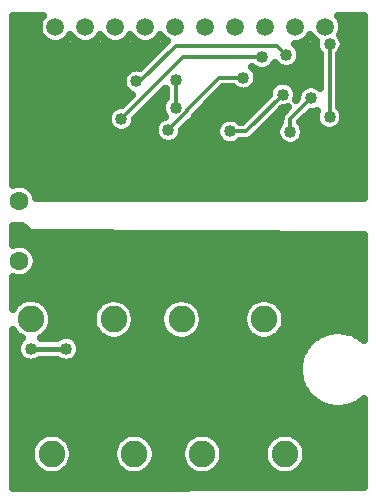
<source format=gbr>
G04 DipTrace 4.0.0.2*
G04 2 - Bottom.gbr*
%MOIN*%
G04 #@! TF.FileFunction,Copper,L2,Bot*
G04 #@! TF.Part,Single*
G04 #@! TA.AperFunction,Conductor*
%ADD15C,0.012*%
G04 #@! TA.AperFunction,CopperBalancing*
%ADD16C,0.025*%
G04 #@! TA.AperFunction,Conductor*
%ADD20C,0.018*%
G04 #@! TA.AperFunction,ComponentPad*
%ADD21R,0.059055X0.059055*%
%ADD22C,0.059055*%
%ADD24C,0.062992*%
%ADD27C,0.088583*%
G04 #@! TA.AperFunction,ViaPad*
%ADD28C,0.04*%
%FSLAX26Y26*%
G04*
G70*
G90*
G75*
G01*
G04 Bottom*
%LPD*%
X1262751Y1869000D2*
D15*
X1000251D1*
X793606Y1662356D1*
X1200251Y1800249D2*
X1118999D1*
X1012749Y1694000D1*
Y1687749D1*
X950251Y1625251D1*
X1331500Y1744000D2*
X1208920Y1621420D1*
X1156500D1*
X1425249Y1731500D2*
X1356500Y1662751D1*
Y1619000D1*
X492425Y895969D2*
D20*
X610535D1*
X844000Y1787751D2*
D15*
X856500D1*
X975249Y1906500D1*
X1312751D1*
X1344000Y1875251D1*
X1487749Y1912751D2*
Y1669000D1*
X975249Y1700249D2*
Y1794000D1*
D28*
X793606Y1662356D3*
X950251Y1625251D3*
X1156500Y1621420D3*
X1356500Y1619000D3*
X492425Y895969D3*
X610535D3*
X844000Y1787751D3*
X1344000Y1875251D3*
X1487749Y1912751D3*
Y1669000D3*
X975249Y1700249D3*
Y1794000D3*
X706500Y1244000D3*
X1425249Y1731500D3*
X1200251Y1800249D3*
X1331500Y1744000D3*
X1262751Y1869000D3*
X450251Y1844000D3*
X581500Y1625251D3*
X887751Y1444000D3*
X1094000D3*
X1294000D3*
X1494000D3*
X1575251Y1700249D3*
X1331500Y1694000D3*
X631500Y1856500D3*
X434018Y1281631D2*
D16*
X486181D1*
X434018Y1256762D2*
X1599488D1*
X494448Y1231894D2*
X1599488D1*
X510631Y1207025D2*
X1599488D1*
X513143Y1182156D2*
X1599488D1*
X504207Y1157287D2*
X1599488D1*
X468790Y1132419D2*
X1599488D1*
X434018Y1107550D2*
X1599488D1*
X434018Y1082681D2*
X1599488D1*
X434018Y1057812D2*
X458479D1*
X526383D2*
X734070D1*
X801974D2*
X960427D1*
X1028367D2*
X1236017D1*
X1303958D2*
X1599488D1*
X554302Y1032944D2*
X706151D1*
X829892D2*
X932509D1*
X1056286D2*
X1208100D1*
X1331877D2*
X1599488D1*
X564386Y1008075D2*
X696068D1*
X839976D2*
X922425D1*
X1066333D2*
X1198016D1*
X1341924D2*
X1599488D1*
X564816Y983206D2*
X695601D1*
X840407D2*
X921995D1*
X1066799D2*
X1197585D1*
X1342390D2*
X1599488D1*
X555845Y958337D2*
X704609D1*
X831436D2*
X930966D1*
X1057828D2*
X1206556D1*
X1333419D2*
X1599488D1*
X434018Y933469D2*
X453886D1*
X530976D2*
X580556D1*
X640531D2*
X729476D1*
X806567D2*
X955833D1*
X1032925D2*
X1231424D1*
X1308516D2*
X1437113D1*
X657791Y908600D2*
X1410988D1*
X657899Y883731D2*
X1395415D1*
X434018Y858862D2*
X461888D1*
X522938D2*
X580018D1*
X641070D2*
X1386444D1*
X434018Y833993D2*
X1382713D1*
X434018Y809125D2*
X1383789D1*
X434018Y784256D2*
X1389745D1*
X434018Y759387D2*
X1401371D1*
X434018Y734518D2*
X1420822D1*
X434018Y709650D2*
X1455449D1*
X1576642D2*
X1599488D1*
X434018Y684781D2*
X1599488D1*
X434018Y659912D2*
X1599488D1*
X434018Y635043D2*
X1599488D1*
X434018Y610175D2*
X529853D1*
X592769D2*
X805444D1*
X868360D2*
X1031836D1*
X1094753D2*
X1307427D1*
X1370344D2*
X1599488D1*
X434018Y585306D2*
X500248D1*
X622409D2*
X775839D1*
X898000D2*
X1002196D1*
X1124394D2*
X1277786D1*
X1399984D2*
X1599488D1*
X434018Y560437D2*
X489626D1*
X633031D2*
X765217D1*
X908622D2*
X991575D1*
X1135016D2*
X1267165D1*
X1410606D2*
X1599488D1*
X434018Y535568D2*
X488730D1*
X633892D2*
X764320D1*
X909483D2*
X990713D1*
X1135877D2*
X1266303D1*
X1411467D2*
X1599488D1*
X434018Y510699D2*
X497234D1*
X625424D2*
X772824D1*
X901014D2*
X999182D1*
X1127408D2*
X1274773D1*
X1402999D2*
X1599488D1*
X434018Y485831D2*
X520845D1*
X601812D2*
X796436D1*
X877403D2*
X1022829D1*
X1103760D2*
X1298420D1*
X1379350D2*
X1599488D1*
X434018Y460962D2*
X1599488D1*
X434018Y436093D2*
X1599488D1*
X1601992Y728266D2*
X1596285Y723514D1*
X1588832Y718147D1*
X1581022Y713315D1*
X1572891Y709042D1*
X1564483Y705349D1*
X1555835Y702255D1*
X1546992Y699774D1*
X1537996Y697919D1*
X1528894Y696698D1*
X1519727Y696118D1*
X1510543Y696182D1*
X1501386Y696890D1*
X1492301Y698238D1*
X1483332Y700218D1*
X1474525Y702822D1*
X1465921Y706035D1*
X1457564Y709845D1*
X1449495Y714231D1*
X1441752Y719172D1*
X1434374Y724642D1*
X1427399Y730617D1*
X1420858Y737064D1*
X1414786Y743955D1*
X1409211Y751255D1*
X1404161Y758927D1*
X1399663Y766933D1*
X1395735Y775235D1*
X1392399Y783793D1*
X1389671Y792563D1*
X1387563Y801501D1*
X1386087Y810567D1*
X1385251Y819713D1*
X1385056Y828895D1*
X1385505Y838070D1*
X1386597Y847189D1*
X1388325Y856209D1*
X1390680Y865087D1*
X1393652Y873777D1*
X1397226Y882238D1*
X1401382Y890428D1*
X1406104Y898306D1*
X1411365Y905833D1*
X1417140Y912975D1*
X1423403Y919694D1*
X1430119Y925957D1*
X1437260Y931735D1*
X1444786Y936997D1*
X1452664Y941720D1*
X1460852Y945879D1*
X1469312Y949455D1*
X1478003Y952429D1*
X1486879Y954786D1*
X1495899Y956516D1*
X1505018Y957610D1*
X1514192Y958062D1*
X1523374Y957870D1*
X1532520Y957035D1*
X1541585Y955562D1*
X1550526Y953457D1*
X1559297Y950730D1*
X1567854Y947396D1*
X1576157Y943470D1*
X1584165Y938972D1*
X1591839Y933925D1*
X1601966Y925862D1*
X1601972Y1277205D1*
X492045Y1281654D1*
X489217Y1282451D1*
X486652Y1283887D1*
X478911Y1291411D1*
X463828Y1306495D1*
X431493Y1306500D1*
X431500Y1242749D1*
X439516Y1245276D1*
X448505Y1246699D1*
X457605D1*
X466594Y1245276D1*
X475249Y1242463D1*
X483358Y1238332D1*
X490720Y1232983D1*
X497156Y1226547D1*
X502505Y1219185D1*
X506636Y1211076D1*
X509449Y1202421D1*
X510873Y1193432D1*
Y1184332D1*
X509449Y1175343D1*
X506636Y1166688D1*
X502505Y1158579D1*
X497156Y1151217D1*
X490720Y1144781D1*
X483358Y1139432D1*
X475249Y1135301D1*
X466594Y1132488D1*
X457605Y1131064D1*
X448505D1*
X439516Y1132488D1*
X431512Y1135060D1*
X431500Y1030458D1*
X435154Y1036004D1*
X442369Y1044450D1*
X450815Y1051665D1*
X460286Y1057470D1*
X470550Y1061720D1*
X481350Y1064314D1*
X492425Y1065185D1*
X503500Y1064314D1*
X514301Y1061720D1*
X524564Y1057470D1*
X534035Y1051665D1*
X542482Y1044450D1*
X549697Y1036004D1*
X555501Y1026533D1*
X559752Y1016269D1*
X562345Y1005469D1*
X563217Y994394D1*
X562345Y983319D1*
X559752Y972518D1*
X555501Y962255D1*
X549697Y952783D1*
X542482Y944337D1*
X534035Y937122D1*
X524848Y931478D1*
X580488Y931469D1*
X586239Y935617D1*
X592740Y938929D1*
X599680Y941184D1*
X606887Y942325D1*
X614184D1*
X621391Y941184D1*
X628331Y938929D1*
X634832Y935617D1*
X640735Y931327D1*
X645894Y926168D1*
X650184Y920265D1*
X653496Y913764D1*
X655751Y906824D1*
X656892Y899617D1*
Y892320D1*
X655751Y885113D1*
X653496Y878173D1*
X650184Y871672D1*
X645894Y865769D1*
X640735Y860610D1*
X634832Y856320D1*
X628331Y853008D1*
X621391Y850753D1*
X614184Y849612D1*
X606887D1*
X599680Y850753D1*
X592740Y853008D1*
X586239Y856320D1*
X580504Y860478D1*
X522472Y860469D1*
X516722Y856320D1*
X510220Y853008D1*
X503281Y850753D1*
X496073Y849612D1*
X488777D1*
X481570Y850753D1*
X474630Y853008D1*
X468129Y856320D1*
X462226Y860610D1*
X457067Y865769D1*
X452777Y871672D1*
X449465Y878173D1*
X447210Y885113D1*
X446068Y892320D1*
Y899617D1*
X447210Y906824D1*
X449465Y913764D1*
X452777Y920265D1*
X457067Y926168D1*
X461545Y930698D1*
X455437Y934034D1*
X446450Y940563D1*
X438594Y948419D1*
X432066Y957406D1*
X431504Y958409D1*
X431500Y431551D1*
X1601948Y435980D1*
X1601972Y728176D1*
X1340558Y988840D2*
X1338820Y977867D1*
X1335387Y967303D1*
X1330344Y957406D1*
X1323815Y948419D1*
X1315959Y940563D1*
X1306972Y934034D1*
X1297075Y928991D1*
X1286510Y925558D1*
X1275538Y923820D1*
X1264430D1*
X1253458Y925558D1*
X1242894Y928991D1*
X1232996Y934034D1*
X1224009Y940563D1*
X1216154Y948419D1*
X1209625Y957406D1*
X1204581Y967303D1*
X1201148Y977867D1*
X1199411Y988840D1*
Y999948D1*
X1201148Y1010920D1*
X1204581Y1021484D1*
X1209625Y1031382D1*
X1216154Y1040369D1*
X1224009Y1048224D1*
X1232996Y1054753D1*
X1242894Y1059797D1*
X1253458Y1063230D1*
X1264430Y1064967D1*
X1275538D1*
X1286510Y1063230D1*
X1297075Y1059797D1*
X1306972Y1054753D1*
X1315959Y1048224D1*
X1323815Y1040369D1*
X1330344Y1031382D1*
X1335387Y1021484D1*
X1338820Y1010920D1*
X1340558Y999948D1*
Y988840D1*
X1064967D2*
X1063230Y977867D1*
X1059797Y967303D1*
X1054753Y957406D1*
X1048224Y948419D1*
X1040369Y940563D1*
X1031382Y934034D1*
X1021484Y928991D1*
X1010920Y925558D1*
X999948Y923820D1*
X988840D1*
X977867Y925558D1*
X967303Y928991D1*
X957406Y934034D1*
X948419Y940563D1*
X940563Y948419D1*
X934034Y957406D1*
X928991Y967303D1*
X925558Y977867D1*
X923820Y988840D1*
Y999948D1*
X925558Y1010920D1*
X928991Y1021484D1*
X934034Y1031382D1*
X940563Y1040369D1*
X948419Y1048224D1*
X957406Y1054753D1*
X967303Y1059797D1*
X977867Y1063230D1*
X988840Y1064967D1*
X999948D1*
X1010920Y1063230D1*
X1021484Y1059797D1*
X1031382Y1054753D1*
X1040369Y1048224D1*
X1048224Y1040369D1*
X1054753Y1031382D1*
X1059797Y1021484D1*
X1063230Y1010920D1*
X1064967Y999948D1*
Y988840D1*
X1409455Y540021D2*
X1407718Y529049D1*
X1404285Y518484D1*
X1399241Y508587D1*
X1392713Y499600D1*
X1384857Y491744D1*
X1375870Y485215D1*
X1365972Y480172D1*
X1355408Y476739D1*
X1344436Y475001D1*
X1333328D1*
X1322356Y476739D1*
X1311791Y480172D1*
X1301894Y485215D1*
X1292907Y491744D1*
X1285051Y499600D1*
X1278522Y508587D1*
X1273479Y518484D1*
X1270046Y529049D1*
X1268308Y540021D1*
Y551129D1*
X1270046Y562101D1*
X1273479Y572665D1*
X1278522Y582563D1*
X1285051Y591550D1*
X1292907Y599406D1*
X1301894Y605934D1*
X1311791Y610978D1*
X1322356Y614411D1*
X1333328Y616148D1*
X1344436D1*
X1355408Y614411D1*
X1365972Y610978D1*
X1375870Y605934D1*
X1384857Y599406D1*
X1392713Y591550D1*
X1399241Y582563D1*
X1404285Y572665D1*
X1407718Y562101D1*
X1409455Y551129D1*
Y540021D1*
X1133865D2*
X1132127Y529049D1*
X1128694Y518484D1*
X1123651Y508587D1*
X1117122Y499600D1*
X1109266Y491744D1*
X1100280Y485215D1*
X1090382Y480172D1*
X1079818Y476739D1*
X1068845Y475001D1*
X1057738D1*
X1046765Y476739D1*
X1036201Y480172D1*
X1026303Y485215D1*
X1017316Y491744D1*
X1009461Y499600D1*
X1002932Y508587D1*
X997888Y518484D1*
X994455Y529049D1*
X992718Y540021D1*
Y551129D1*
X994455Y562101D1*
X997888Y572665D1*
X1002932Y582563D1*
X1009461Y591550D1*
X1017316Y599406D1*
X1026303Y605934D1*
X1036201Y610978D1*
X1046765Y614411D1*
X1057738Y616148D1*
X1068845D1*
X1079818Y614411D1*
X1090382Y610978D1*
X1100280Y605934D1*
X1109266Y599406D1*
X1117122Y591550D1*
X1123651Y582563D1*
X1128694Y572665D1*
X1132127Y562101D1*
X1133865Y551129D1*
Y540021D1*
X838589Y988840D2*
X836852Y977867D1*
X833419Y967303D1*
X828375Y957406D1*
X821846Y948419D1*
X813991Y940563D1*
X805004Y934034D1*
X795106Y928991D1*
X784542Y925558D1*
X773570Y923820D1*
X762462D1*
X751490Y925558D1*
X740925Y928991D1*
X731028Y934034D1*
X722041Y940563D1*
X714185Y948419D1*
X707656Y957406D1*
X702613Y967303D1*
X699180Y977867D1*
X697442Y988840D1*
Y999948D1*
X699180Y1010920D1*
X702613Y1021484D1*
X707656Y1031382D1*
X714185Y1040369D1*
X722041Y1048224D1*
X731028Y1054753D1*
X740925Y1059797D1*
X751490Y1063230D1*
X762462Y1064967D1*
X773570D1*
X784542Y1063230D1*
X795106Y1059797D1*
X805004Y1054753D1*
X813991Y1048224D1*
X821846Y1040369D1*
X828375Y1031382D1*
X833419Y1021484D1*
X836852Y1010920D1*
X838589Y999948D1*
Y988840D1*
X907487Y540021D2*
X905749Y529049D1*
X902316Y518484D1*
X897273Y508587D1*
X890744Y499600D1*
X882888Y491744D1*
X873902Y485215D1*
X864004Y480172D1*
X853440Y476739D1*
X842467Y475001D1*
X831360D1*
X820387Y476739D1*
X809823Y480172D1*
X799925Y485215D1*
X790938Y491744D1*
X783083Y499600D1*
X776554Y508587D1*
X771510Y518484D1*
X768077Y529049D1*
X766340Y540021D1*
Y551129D1*
X768077Y562101D1*
X771510Y572665D1*
X776554Y582563D1*
X783083Y591550D1*
X790938Y599406D1*
X799925Y605934D1*
X809823Y610978D1*
X820387Y614411D1*
X831360Y616148D1*
X842467D1*
X853440Y614411D1*
X864004Y610978D1*
X873902Y605934D1*
X882888Y599406D1*
X890744Y591550D1*
X897273Y582563D1*
X902316Y572665D1*
X905749Y562101D1*
X907487Y551129D1*
Y540021D1*
X631896D2*
X630159Y529049D1*
X626726Y518484D1*
X621682Y508587D1*
X615154Y499600D1*
X607298Y491744D1*
X598311Y485215D1*
X588413Y480172D1*
X577849Y476739D1*
X566877Y475001D1*
X555769D1*
X544797Y476739D1*
X534232Y480172D1*
X524335Y485215D1*
X515348Y491744D1*
X507492Y499600D1*
X500963Y508587D1*
X495920Y518484D1*
X492487Y529049D1*
X490749Y540021D1*
Y551129D1*
X492487Y562101D1*
X495920Y572665D1*
X500963Y582563D1*
X507492Y591550D1*
X515348Y599406D1*
X524335Y605934D1*
X534232Y610978D1*
X544797Y614411D1*
X555769Y616148D1*
X566877D1*
X577849Y614411D1*
X588413Y610978D1*
X598311Y605934D1*
X607298Y599406D1*
X615154Y591550D1*
X621682Y582563D1*
X626726Y572665D1*
X630159Y562101D1*
X631896Y551129D1*
Y540021D1*
X434018Y1981631D2*
X516862D1*
X1530962D2*
X1599488D1*
X434018Y1956762D2*
X516682D1*
X1531140D2*
X1599488D1*
X434018Y1931894D2*
X529278D1*
X1532613D2*
X1599488D1*
X434018Y1907025D2*
X927306D1*
X1380463D2*
X1439087D1*
X1536381D2*
X1599488D1*
X434018Y1882156D2*
X902438D1*
X1392484D2*
X1450245D1*
X1525256D2*
X1599488D1*
X434018Y1857287D2*
X877571D1*
X1389399D2*
X1452759D1*
X1522744D2*
X1599488D1*
X434018Y1832419D2*
X828588D1*
X1293946D2*
X1323395D1*
X1364602D2*
X1452759D1*
X1522744D2*
X1599488D1*
X434018Y1807550D2*
X799415D1*
X1248660D2*
X1452759D1*
X1522744D2*
X1599488D1*
X434018Y1782681D2*
X795287D1*
X1245790D2*
X1303193D1*
X1359794D2*
X1452759D1*
X1522744D2*
X1599488D1*
X434018Y1757812D2*
X805909D1*
X1125039D2*
X1178747D1*
X1221748D2*
X1284605D1*
X1522744D2*
X1599488D1*
X434018Y1732944D2*
X815741D1*
X912642D2*
X939686D1*
X1100172D2*
X1271974D1*
X1522744D2*
X1599488D1*
X434018Y1708075D2*
X782621D1*
X887773D2*
X926911D1*
X1075268D2*
X1247105D1*
X1522744D2*
X1599488D1*
X434018Y1683206D2*
X749535D1*
X862906D2*
X929495D1*
X1050400D2*
X1222238D1*
X1425427D2*
X1440988D1*
X1534514D2*
X1599488D1*
X434018Y1658337D2*
X744762D1*
X842416D2*
X915070D1*
X1031812D2*
X1125710D1*
X1294306D2*
X1321493D1*
X1400559D2*
X1439983D1*
X1535518D2*
X1599488D1*
X434018Y1633469D2*
X754667D1*
X832547D2*
X901971D1*
X1006945D2*
X1109094D1*
X1269438D2*
X1309795D1*
X1403178D2*
X1455270D1*
X1520232D2*
X1599488D1*
X434018Y1608600D2*
X904340D1*
X996180D2*
X1109310D1*
X1244570D2*
X1308682D1*
X1404327D2*
X1599488D1*
X434018Y1583731D2*
X926803D1*
X973680D2*
X1126751D1*
X1186222D2*
X1323682D1*
X1389291D2*
X1599488D1*
X434018Y1558862D2*
X1599488D1*
X434018Y1533993D2*
X1599488D1*
X434018Y1509125D2*
X1599488D1*
X434018Y1484256D2*
X1599488D1*
X434018Y1459387D2*
X1599488D1*
X491361Y1434518D2*
X1599488D1*
X509698Y1409650D2*
X1599488D1*
X623916Y1943539D2*
X619243Y1935871D1*
X613534Y1929185D1*
X606848Y1923476D1*
X599352Y1918882D1*
X591230Y1915518D1*
X582681Y1913466D1*
X573916Y1912776D1*
X565151Y1913466D1*
X556602Y1915518D1*
X548480Y1918882D1*
X540984Y1923476D1*
X534298Y1929185D1*
X528589Y1935871D1*
X523995Y1943367D1*
X520631Y1951490D1*
X518579Y1960038D1*
X517888Y1968803D1*
X518579Y1977568D1*
X520631Y1986117D1*
X523995Y1994239D1*
X528589Y2001735D1*
X532444Y2006415D1*
X431530Y2006490D1*
X431500Y1442751D1*
X439516Y1445276D1*
X448505Y1446699D1*
X457605D1*
X466594Y1445276D1*
X475249Y1442463D1*
X483358Y1438332D1*
X490720Y1432983D1*
X497156Y1426547D1*
X502505Y1419185D1*
X506636Y1411076D1*
X509449Y1402421D1*
X509882Y1400240D1*
X1601971Y1400591D1*
X1601972Y2005509D1*
X1516165Y2005597D1*
X1521678Y1998077D1*
X1525669Y1990244D1*
X1528386Y1981882D1*
X1529761Y1973199D1*
Y1964407D1*
X1528386Y1955724D1*
X1525669Y1947362D1*
X1523399Y1942602D1*
X1527398Y1937047D1*
X1530710Y1930546D1*
X1532965Y1923606D1*
X1534106Y1916399D1*
Y1909102D1*
X1532965Y1901895D1*
X1530710Y1894955D1*
X1527398Y1888454D1*
X1523108Y1882551D1*
X1520243Y1879512D1*
X1520249Y1702269D1*
X1525369Y1696332D1*
X1529181Y1690110D1*
X1531974Y1683369D1*
X1533677Y1676274D1*
X1534249Y1669000D1*
X1533677Y1661726D1*
X1531974Y1654631D1*
X1529181Y1647890D1*
X1525369Y1641668D1*
X1520630Y1636119D1*
X1515081Y1631381D1*
X1508860Y1627568D1*
X1502118Y1624776D1*
X1495024Y1623072D1*
X1487749Y1622500D1*
X1480475Y1623072D1*
X1473381Y1624776D1*
X1466639Y1627568D1*
X1460417Y1631381D1*
X1454869Y1636119D1*
X1450130Y1641668D1*
X1446318Y1647890D1*
X1443525Y1654631D1*
X1441822Y1661726D1*
X1441249Y1669000D1*
X1441822Y1676274D1*
X1443525Y1683369D1*
X1446276Y1690020D1*
X1439618Y1687276D1*
X1432524Y1685572D1*
X1424722Y1685021D1*
X1390459Y1650748D1*
X1394119Y1646332D1*
X1397932Y1640110D1*
X1400724Y1633369D1*
X1402428Y1626274D1*
X1403000Y1619000D1*
X1402428Y1611726D1*
X1400724Y1604631D1*
X1397932Y1597890D1*
X1394119Y1591668D1*
X1389381Y1586119D1*
X1383832Y1581381D1*
X1377610Y1577568D1*
X1370869Y1574776D1*
X1363774Y1573072D1*
X1356500Y1572500D1*
X1349226Y1573072D1*
X1342131Y1574776D1*
X1335390Y1577568D1*
X1329168Y1581381D1*
X1323619Y1586119D1*
X1318881Y1591668D1*
X1315068Y1597890D1*
X1312276Y1604631D1*
X1310572Y1611726D1*
X1310000Y1619000D1*
X1310572Y1626274D1*
X1312276Y1633369D1*
X1315068Y1640110D1*
X1318881Y1646332D1*
X1324007Y1652239D1*
X1324100Y1665301D1*
X1324898Y1670337D1*
X1326474Y1675188D1*
X1328789Y1679732D1*
X1331787Y1683858D1*
X1348509Y1700722D1*
X1342356Y1698785D1*
X1335148Y1697643D1*
X1330972Y1697521D1*
X1230028Y1596707D1*
X1225902Y1593709D1*
X1221357Y1591394D1*
X1216507Y1589818D1*
X1211470Y1589020D1*
X1189741Y1588920D1*
X1183832Y1583801D1*
X1177610Y1579988D1*
X1170869Y1577196D1*
X1163774Y1575492D1*
X1156500Y1574920D1*
X1149226Y1575492D1*
X1142131Y1577196D1*
X1135390Y1579988D1*
X1129168Y1583801D1*
X1123619Y1588539D1*
X1118881Y1594088D1*
X1115068Y1600310D1*
X1112276Y1607051D1*
X1110572Y1614146D1*
X1110000Y1621420D1*
X1110572Y1628694D1*
X1112276Y1635789D1*
X1115068Y1642530D1*
X1118881Y1648752D1*
X1123619Y1654301D1*
X1129168Y1659039D1*
X1135390Y1662852D1*
X1142131Y1665644D1*
X1149226Y1667348D1*
X1156500Y1667920D1*
X1163774Y1667348D1*
X1170869Y1665644D1*
X1177610Y1662852D1*
X1183832Y1659039D1*
X1189739Y1653913D1*
X1195487Y1653920D1*
X1285013Y1743475D1*
X1285572Y1751274D1*
X1287276Y1758369D1*
X1290068Y1765110D1*
X1293881Y1771332D1*
X1298619Y1776881D1*
X1304168Y1781619D1*
X1310390Y1785432D1*
X1317131Y1788224D1*
X1324226Y1789928D1*
X1331500Y1790500D1*
X1338774Y1789928D1*
X1345869Y1788224D1*
X1352610Y1785432D1*
X1358832Y1781619D1*
X1364381Y1776881D1*
X1369119Y1771332D1*
X1372932Y1765110D1*
X1375724Y1758369D1*
X1377428Y1751274D1*
X1378000Y1744000D1*
X1377428Y1736726D1*
X1375724Y1729631D1*
X1374732Y1726941D1*
X1378756Y1730969D1*
X1379322Y1738774D1*
X1381025Y1745869D1*
X1383818Y1752610D1*
X1387630Y1758832D1*
X1392369Y1764381D1*
X1397917Y1769119D1*
X1404139Y1772932D1*
X1410881Y1775724D1*
X1417975Y1777428D1*
X1425249Y1778000D1*
X1432524Y1777428D1*
X1439618Y1775724D1*
X1446360Y1772932D1*
X1452581Y1769119D1*
X1455259Y1767009D1*
X1455249Y1879482D1*
X1450130Y1885419D1*
X1446318Y1891640D1*
X1443525Y1898382D1*
X1441822Y1905476D1*
X1441249Y1912751D1*
X1441822Y1920025D1*
X1442320Y1922529D1*
X1437520Y1926199D1*
X1431303Y1932416D1*
X1426135Y1939529D1*
X1423828Y1943367D1*
X1419234Y1935871D1*
X1413525Y1929185D1*
X1406839Y1923476D1*
X1399343Y1918882D1*
X1391220Y1915518D1*
X1382672Y1913466D1*
X1373907Y1912776D1*
X1371314Y1912878D1*
X1376881Y1908131D1*
X1381619Y1902583D1*
X1385432Y1896361D1*
X1388224Y1889619D1*
X1389928Y1882525D1*
X1390500Y1875251D1*
X1389928Y1867976D1*
X1388224Y1860882D1*
X1385432Y1854140D1*
X1381619Y1847919D1*
X1376881Y1842370D1*
X1371332Y1837631D1*
X1365110Y1833819D1*
X1358369Y1831026D1*
X1351274Y1829323D1*
X1344000Y1828751D1*
X1336726Y1829323D1*
X1329631Y1831026D1*
X1322890Y1833819D1*
X1316668Y1837631D1*
X1311119Y1842370D1*
X1306381Y1847919D1*
X1305105Y1849828D1*
X1302399Y1844703D1*
X1298109Y1838801D1*
X1292950Y1833642D1*
X1287047Y1829352D1*
X1280546Y1826039D1*
X1273606Y1823785D1*
X1266399Y1822643D1*
X1259102D1*
X1251895Y1823785D1*
X1244955Y1826039D1*
X1238454Y1829352D1*
X1233131Y1833130D1*
X1237870Y1827581D1*
X1241682Y1821360D1*
X1244475Y1814618D1*
X1246178Y1807524D1*
X1246751Y1800249D1*
X1246178Y1792975D1*
X1244475Y1785881D1*
X1241682Y1779139D1*
X1237870Y1772917D1*
X1233131Y1767369D1*
X1227583Y1762630D1*
X1221361Y1758818D1*
X1214619Y1756025D1*
X1207525Y1754322D1*
X1200251Y1753749D1*
X1192976Y1754322D1*
X1185882Y1756025D1*
X1179140Y1758818D1*
X1172919Y1762630D1*
X1167012Y1767756D1*
X1132450Y1767749D1*
X1044171Y1679459D1*
X1042776Y1675312D1*
X1040461Y1670768D1*
X1037462Y1666642D1*
X996723Y1625761D1*
X996178Y1617976D1*
X994475Y1610882D1*
X991682Y1604140D1*
X987870Y1597919D1*
X983131Y1592370D1*
X977583Y1587631D1*
X971361Y1583819D1*
X964619Y1581026D1*
X957525Y1579323D1*
X950251Y1578751D1*
X942976Y1579323D1*
X935882Y1581026D1*
X929140Y1583819D1*
X922919Y1587631D1*
X917370Y1592370D1*
X912631Y1597919D1*
X908819Y1604140D1*
X906026Y1610882D1*
X904323Y1617976D1*
X903751Y1625251D1*
X904323Y1632525D1*
X906026Y1639619D1*
X908819Y1646361D1*
X912631Y1652583D1*
X917370Y1658131D1*
X922919Y1662870D1*
X929140Y1666682D1*
X935882Y1669475D1*
X939521Y1670491D1*
X935601Y1675953D1*
X932289Y1682454D1*
X930034Y1689394D1*
X928892Y1696601D1*
Y1703898D1*
X930034Y1711105D1*
X932289Y1718045D1*
X935601Y1724546D1*
X939891Y1730449D1*
X942756Y1733488D1*
X942749Y1760760D1*
X940423Y1763224D1*
X840096Y1662883D1*
X839534Y1655081D1*
X837831Y1647987D1*
X835038Y1641245D1*
X831226Y1635024D1*
X826487Y1629475D1*
X820938Y1624736D1*
X814717Y1620924D1*
X807975Y1618131D1*
X800881Y1616428D1*
X793606Y1615856D1*
X786332Y1616428D1*
X779238Y1618131D1*
X772496Y1620924D1*
X766274Y1624736D1*
X760726Y1629475D1*
X755987Y1635024D1*
X752175Y1641245D1*
X749382Y1647987D1*
X747678Y1655081D1*
X747106Y1662356D1*
X747678Y1669630D1*
X749382Y1676724D1*
X752175Y1683466D1*
X755987Y1689688D1*
X760726Y1695236D1*
X766274Y1699975D1*
X772496Y1703787D1*
X779238Y1706580D1*
X786332Y1708283D1*
X794134Y1708835D1*
X829024Y1743735D1*
X822890Y1746319D1*
X816668Y1750131D1*
X811119Y1754870D1*
X806381Y1760419D1*
X802568Y1766640D1*
X799776Y1773382D1*
X798072Y1780476D1*
X797500Y1787751D1*
X798072Y1795025D1*
X799776Y1802119D1*
X802568Y1808861D1*
X806381Y1815083D1*
X811119Y1820631D1*
X816668Y1825370D1*
X822890Y1829182D1*
X829631Y1831975D1*
X836726Y1833678D1*
X844000Y1834251D1*
X851274Y1833678D1*
X855555Y1832769D1*
X944123Y1921337D1*
X937529Y1926199D1*
X931312Y1932416D1*
X926144Y1939529D1*
X923837Y1943367D1*
X919243Y1935871D1*
X913534Y1929185D1*
X906848Y1923476D1*
X899352Y1918882D1*
X891230Y1915518D1*
X882681Y1913466D1*
X873916Y1912776D1*
X865151Y1913466D1*
X856602Y1915518D1*
X848480Y1918882D1*
X840984Y1923476D1*
X834298Y1929185D1*
X828589Y1935871D1*
X823916Y1943539D1*
X819243Y1935871D1*
X813534Y1929185D1*
X806848Y1923476D1*
X799352Y1918882D1*
X791230Y1915518D1*
X782681Y1913466D1*
X773916Y1912776D1*
X765151Y1913466D1*
X756602Y1915518D1*
X748480Y1918882D1*
X740984Y1923476D1*
X734298Y1929185D1*
X728589Y1935871D1*
X723916Y1943539D1*
X719243Y1935871D1*
X713534Y1929185D1*
X706848Y1923476D1*
X699352Y1918882D1*
X691230Y1915518D1*
X682681Y1913466D1*
X673916Y1912776D1*
X665151Y1913466D1*
X656602Y1915518D1*
X648480Y1918882D1*
X640984Y1923476D1*
X634298Y1929185D1*
X628589Y1935871D1*
X623916Y1943539D1*
X1230133Y1835878D2*
X1229512Y1836507D1*
D21*
X473916Y1968803D3*
D22*
X573916D3*
X673916D3*
X773916D3*
X873916D3*
X973916D3*
X1073916D3*
X1173916D3*
X1273907D3*
X1373907D3*
X1473907D3*
X1573907D3*
D24*
X453055Y1488882D3*
Y1388882D3*
Y1288882D3*
Y1188882D3*
D27*
X1269984Y994394D3*
X1132189D3*
X994394D3*
X1338882Y545575D3*
X1201087D3*
X1063291D3*
X768016Y994394D3*
X630220D3*
X492425D3*
X836913Y545575D3*
X699118D3*
X561323D3*
M02*

</source>
